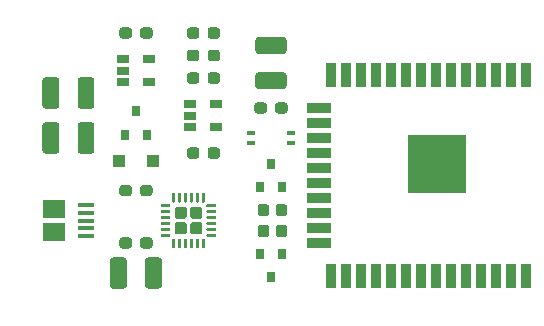
<source format=gbr>
%TF.GenerationSoftware,KiCad,Pcbnew,(5.1.9)-1*%
%TF.CreationDate,2021-06-05T13:50:50-03:00*%
%TF.ProjectId,Themu-Main,5468656d-752d-44d6-9169-6e2e6b696361,02*%
%TF.SameCoordinates,Original*%
%TF.FileFunction,Paste,Top*%
%TF.FilePolarity,Positive*%
%FSLAX46Y46*%
G04 Gerber Fmt 4.6, Leading zero omitted, Abs format (unit mm)*
G04 Created by KiCad (PCBNEW (5.1.9)-1) date 2021-06-05 13:50:50*
%MOMM*%
%LPD*%
G01*
G04 APERTURE LIST*
%ADD10R,0.800000X0.450000*%
%ADD11R,1.900000X1.500000*%
%ADD12R,1.350000X0.400000*%
%ADD13R,0.900000X2.000000*%
%ADD14R,2.000000X0.900000*%
%ADD15R,5.000000X5.000000*%
%ADD16R,1.100000X1.100000*%
%ADD17R,0.800000X0.900000*%
%ADD18R,1.060000X0.650000*%
G04 APERTURE END LIST*
D10*
%TO.C,D3*%
X66470000Y-89300000D03*
X66470000Y-88500000D03*
X63070000Y-89300000D03*
X63070000Y-88500000D03*
%TD*%
D11*
%TO.C,J1*%
X46387500Y-94885000D03*
D12*
X49087500Y-95885000D03*
X49087500Y-96535000D03*
X49087500Y-97185000D03*
X49087500Y-94585000D03*
X49087500Y-95235000D03*
D11*
X46387500Y-96885000D03*
%TD*%
D13*
%TO.C,U3*%
X86360000Y-100575000D03*
X85090000Y-100575000D03*
X83820000Y-100575000D03*
X82550000Y-100575000D03*
X81280000Y-100575000D03*
X80010000Y-100575000D03*
X78740000Y-100575000D03*
X77470000Y-100575000D03*
X76200000Y-100575000D03*
X74930000Y-100575000D03*
X73660000Y-100575000D03*
X72390000Y-100575000D03*
X71120000Y-100575000D03*
X69850000Y-100575000D03*
D14*
X68850000Y-97790000D03*
X68850000Y-96520000D03*
X68850000Y-95250000D03*
X68850000Y-93980000D03*
X68850000Y-92710000D03*
X68850000Y-91440000D03*
X68850000Y-90170000D03*
X68850000Y-88900000D03*
X68850000Y-87630000D03*
X68850000Y-86360000D03*
D13*
X69850000Y-83575000D03*
X71120000Y-83575000D03*
X72390000Y-83575000D03*
X73660000Y-83575000D03*
X74930000Y-83575000D03*
X76200000Y-83575000D03*
X77470000Y-83575000D03*
X78740000Y-83575000D03*
X80010000Y-83575000D03*
X81280000Y-83575000D03*
X82550000Y-83575000D03*
X83820000Y-83575000D03*
X85090000Y-83575000D03*
X86360000Y-83575000D03*
D15*
X78860000Y-91075000D03*
%TD*%
%TO.C,C1*%
G36*
G01*
X54740000Y-97552500D02*
X54740000Y-98027500D01*
G75*
G02*
X54502500Y-98265000I-237500J0D01*
G01*
X53927500Y-98265000D01*
G75*
G02*
X53690000Y-98027500I0J237500D01*
G01*
X53690000Y-97552500D01*
G75*
G02*
X53927500Y-97315000I237500J0D01*
G01*
X54502500Y-97315000D01*
G75*
G02*
X54740000Y-97552500I0J-237500D01*
G01*
G37*
G36*
G01*
X52990000Y-97552500D02*
X52990000Y-98027500D01*
G75*
G02*
X52752500Y-98265000I-237500J0D01*
G01*
X52177500Y-98265000D01*
G75*
G02*
X51940000Y-98027500I0J237500D01*
G01*
X51940000Y-97552500D01*
G75*
G02*
X52177500Y-97315000I237500J0D01*
G01*
X52752500Y-97315000D01*
G75*
G02*
X52990000Y-97552500I0J-237500D01*
G01*
G37*
%TD*%
%TO.C,C2*%
G36*
G01*
X49825000Y-87825000D02*
X49825000Y-89975000D01*
G75*
G02*
X49575000Y-90225000I-250000J0D01*
G01*
X48650000Y-90225000D01*
G75*
G02*
X48400000Y-89975000I0J250000D01*
G01*
X48400000Y-87825000D01*
G75*
G02*
X48650000Y-87575000I250000J0D01*
G01*
X49575000Y-87575000D01*
G75*
G02*
X49825000Y-87825000I0J-250000D01*
G01*
G37*
G36*
G01*
X46850000Y-87825000D02*
X46850000Y-89975000D01*
G75*
G02*
X46600000Y-90225000I-250000J0D01*
G01*
X45675000Y-90225000D01*
G75*
G02*
X45425000Y-89975000I0J250000D01*
G01*
X45425000Y-87825000D01*
G75*
G02*
X45675000Y-87575000I250000J0D01*
G01*
X46600000Y-87575000D01*
G75*
G02*
X46850000Y-87825000I0J-250000D01*
G01*
G37*
%TD*%
%TO.C,C3*%
G36*
G01*
X65845000Y-81775000D02*
X63695000Y-81775000D01*
G75*
G02*
X63445000Y-81525000I0J250000D01*
G01*
X63445000Y-80600000D01*
G75*
G02*
X63695000Y-80350000I250000J0D01*
G01*
X65845000Y-80350000D01*
G75*
G02*
X66095000Y-80600000I0J-250000D01*
G01*
X66095000Y-81525000D01*
G75*
G02*
X65845000Y-81775000I-250000J0D01*
G01*
G37*
G36*
G01*
X65845000Y-84750000D02*
X63695000Y-84750000D01*
G75*
G02*
X63445000Y-84500000I0J250000D01*
G01*
X63445000Y-83575000D01*
G75*
G02*
X63695000Y-83325000I250000J0D01*
G01*
X65845000Y-83325000D01*
G75*
G02*
X66095000Y-83575000I0J-250000D01*
G01*
X66095000Y-84500000D01*
G75*
G02*
X65845000Y-84750000I-250000J0D01*
G01*
G37*
%TD*%
%TO.C,C4*%
G36*
G01*
X63370000Y-86597500D02*
X63370000Y-86122500D01*
G75*
G02*
X63607500Y-85885000I237500J0D01*
G01*
X64182500Y-85885000D01*
G75*
G02*
X64420000Y-86122500I0J-237500D01*
G01*
X64420000Y-86597500D01*
G75*
G02*
X64182500Y-86835000I-237500J0D01*
G01*
X63607500Y-86835000D01*
G75*
G02*
X63370000Y-86597500I0J237500D01*
G01*
G37*
G36*
G01*
X65120000Y-86597500D02*
X65120000Y-86122500D01*
G75*
G02*
X65357500Y-85885000I237500J0D01*
G01*
X65932500Y-85885000D01*
G75*
G02*
X66170000Y-86122500I0J-237500D01*
G01*
X66170000Y-86597500D01*
G75*
G02*
X65932500Y-86835000I-237500J0D01*
G01*
X65357500Y-86835000D01*
G75*
G02*
X65120000Y-86597500I0J237500D01*
G01*
G37*
%TD*%
%TO.C,C8*%
G36*
G01*
X49825000Y-84015000D02*
X49825000Y-86165000D01*
G75*
G02*
X49575000Y-86415000I-250000J0D01*
G01*
X48650000Y-86415000D01*
G75*
G02*
X48400000Y-86165000I0J250000D01*
G01*
X48400000Y-84015000D01*
G75*
G02*
X48650000Y-83765000I250000J0D01*
G01*
X49575000Y-83765000D01*
G75*
G02*
X49825000Y-84015000I0J-250000D01*
G01*
G37*
G36*
G01*
X46850000Y-84015000D02*
X46850000Y-86165000D01*
G75*
G02*
X46600000Y-86415000I-250000J0D01*
G01*
X45675000Y-86415000D01*
G75*
G02*
X45425000Y-86165000I0J250000D01*
G01*
X45425000Y-84015000D01*
G75*
G02*
X45675000Y-83765000I250000J0D01*
G01*
X46600000Y-83765000D01*
G75*
G02*
X46850000Y-84015000I0J-250000D01*
G01*
G37*
%TD*%
%TO.C,C14*%
G36*
G01*
X52565000Y-99255000D02*
X52565000Y-101405000D01*
G75*
G02*
X52315000Y-101655000I-250000J0D01*
G01*
X51390000Y-101655000D01*
G75*
G02*
X51140000Y-101405000I0J250000D01*
G01*
X51140000Y-99255000D01*
G75*
G02*
X51390000Y-99005000I250000J0D01*
G01*
X52315000Y-99005000D01*
G75*
G02*
X52565000Y-99255000I0J-250000D01*
G01*
G37*
G36*
G01*
X55540000Y-99255000D02*
X55540000Y-101405000D01*
G75*
G02*
X55290000Y-101655000I-250000J0D01*
G01*
X54365000Y-101655000D01*
G75*
G02*
X54115000Y-101405000I0J250000D01*
G01*
X54115000Y-99255000D01*
G75*
G02*
X54365000Y-99005000I250000J0D01*
G01*
X55290000Y-99005000D01*
G75*
G02*
X55540000Y-99255000I0J-250000D01*
G01*
G37*
%TD*%
D16*
%TO.C,D2*%
X51940000Y-90805000D03*
X54740000Y-90805000D03*
%TD*%
%TO.C,D1*%
G36*
G01*
X58705000Y-83582500D02*
X58705000Y-84057500D01*
G75*
G02*
X58467500Y-84295000I-237500J0D01*
G01*
X57892500Y-84295000D01*
G75*
G02*
X57655000Y-84057500I0J237500D01*
G01*
X57655000Y-83582500D01*
G75*
G02*
X57892500Y-83345000I237500J0D01*
G01*
X58467500Y-83345000D01*
G75*
G02*
X58705000Y-83582500I0J-237500D01*
G01*
G37*
G36*
G01*
X60455000Y-83582500D02*
X60455000Y-84057500D01*
G75*
G02*
X60217500Y-84295000I-237500J0D01*
G01*
X59642500Y-84295000D01*
G75*
G02*
X59405000Y-84057500I0J237500D01*
G01*
X59405000Y-83582500D01*
G75*
G02*
X59642500Y-83345000I237500J0D01*
G01*
X60217500Y-83345000D01*
G75*
G02*
X60455000Y-83582500I0J-237500D01*
G01*
G37*
%TD*%
D17*
%TO.C,Q1*%
X63820000Y-93075000D03*
X65720000Y-93075000D03*
X64770000Y-91075000D03*
%TD*%
%TO.C,Q2*%
X64770000Y-100695000D03*
X63820000Y-98695000D03*
X65720000Y-98695000D03*
%TD*%
%TO.C,Q3*%
X52390000Y-88630000D03*
X54290000Y-88630000D03*
X53340000Y-86630000D03*
%TD*%
%TO.C,R1*%
G36*
G01*
X65421500Y-94485000D02*
X65896500Y-94485000D01*
G75*
G02*
X66134000Y-94722500I0J-237500D01*
G01*
X66134000Y-95297500D01*
G75*
G02*
X65896500Y-95535000I-237500J0D01*
G01*
X65421500Y-95535000D01*
G75*
G02*
X65184000Y-95297500I0J237500D01*
G01*
X65184000Y-94722500D01*
G75*
G02*
X65421500Y-94485000I237500J0D01*
G01*
G37*
G36*
G01*
X65421500Y-96235000D02*
X65896500Y-96235000D01*
G75*
G02*
X66134000Y-96472500I0J-237500D01*
G01*
X66134000Y-97047500D01*
G75*
G02*
X65896500Y-97285000I-237500J0D01*
G01*
X65421500Y-97285000D01*
G75*
G02*
X65184000Y-97047500I0J237500D01*
G01*
X65184000Y-96472500D01*
G75*
G02*
X65421500Y-96235000I237500J0D01*
G01*
G37*
%TD*%
%TO.C,R2*%
G36*
G01*
X64372500Y-95535000D02*
X63897500Y-95535000D01*
G75*
G02*
X63660000Y-95297500I0J237500D01*
G01*
X63660000Y-94722500D01*
G75*
G02*
X63897500Y-94485000I237500J0D01*
G01*
X64372500Y-94485000D01*
G75*
G02*
X64610000Y-94722500I0J-237500D01*
G01*
X64610000Y-95297500D01*
G75*
G02*
X64372500Y-95535000I-237500J0D01*
G01*
G37*
G36*
G01*
X64372500Y-97285000D02*
X63897500Y-97285000D01*
G75*
G02*
X63660000Y-97047500I0J237500D01*
G01*
X63660000Y-96472500D01*
G75*
G02*
X63897500Y-96235000I237500J0D01*
G01*
X64372500Y-96235000D01*
G75*
G02*
X64610000Y-96472500I0J-237500D01*
G01*
X64610000Y-97047500D01*
G75*
G02*
X64372500Y-97285000I-237500J0D01*
G01*
G37*
%TD*%
%TO.C,R4*%
G36*
G01*
X51940000Y-80247500D02*
X51940000Y-79772500D01*
G75*
G02*
X52177500Y-79535000I237500J0D01*
G01*
X52752500Y-79535000D01*
G75*
G02*
X52990000Y-79772500I0J-237500D01*
G01*
X52990000Y-80247500D01*
G75*
G02*
X52752500Y-80485000I-237500J0D01*
G01*
X52177500Y-80485000D01*
G75*
G02*
X51940000Y-80247500I0J237500D01*
G01*
G37*
G36*
G01*
X53690000Y-80247500D02*
X53690000Y-79772500D01*
G75*
G02*
X53927500Y-79535000I237500J0D01*
G01*
X54502500Y-79535000D01*
G75*
G02*
X54740000Y-79772500I0J-237500D01*
G01*
X54740000Y-80247500D01*
G75*
G02*
X54502500Y-80485000I-237500J0D01*
G01*
X53927500Y-80485000D01*
G75*
G02*
X53690000Y-80247500I0J237500D01*
G01*
G37*
%TD*%
%TO.C,R6*%
G36*
G01*
X51940000Y-93582500D02*
X51940000Y-93107500D01*
G75*
G02*
X52177500Y-92870000I237500J0D01*
G01*
X52752500Y-92870000D01*
G75*
G02*
X52990000Y-93107500I0J-237500D01*
G01*
X52990000Y-93582500D01*
G75*
G02*
X52752500Y-93820000I-237500J0D01*
G01*
X52177500Y-93820000D01*
G75*
G02*
X51940000Y-93582500I0J237500D01*
G01*
G37*
G36*
G01*
X53690000Y-93582500D02*
X53690000Y-93107500D01*
G75*
G02*
X53927500Y-92870000I237500J0D01*
G01*
X54502500Y-92870000D01*
G75*
G02*
X54740000Y-93107500I0J-237500D01*
G01*
X54740000Y-93582500D01*
G75*
G02*
X54502500Y-93820000I-237500J0D01*
G01*
X53927500Y-93820000D01*
G75*
G02*
X53690000Y-93582500I0J237500D01*
G01*
G37*
%TD*%
%TO.C,R7*%
G36*
G01*
X59405000Y-90407500D02*
X59405000Y-89932500D01*
G75*
G02*
X59642500Y-89695000I237500J0D01*
G01*
X60217500Y-89695000D01*
G75*
G02*
X60455000Y-89932500I0J-237500D01*
G01*
X60455000Y-90407500D01*
G75*
G02*
X60217500Y-90645000I-237500J0D01*
G01*
X59642500Y-90645000D01*
G75*
G02*
X59405000Y-90407500I0J237500D01*
G01*
G37*
G36*
G01*
X57655000Y-90407500D02*
X57655000Y-89932500D01*
G75*
G02*
X57892500Y-89695000I237500J0D01*
G01*
X58467500Y-89695000D01*
G75*
G02*
X58705000Y-89932500I0J-237500D01*
G01*
X58705000Y-90407500D01*
G75*
G02*
X58467500Y-90645000I-237500J0D01*
G01*
X57892500Y-90645000D01*
G75*
G02*
X57655000Y-90407500I0J237500D01*
G01*
G37*
%TD*%
%TO.C,R8*%
G36*
G01*
X58705000Y-81677500D02*
X58705000Y-82152500D01*
G75*
G02*
X58467500Y-82390000I-237500J0D01*
G01*
X57892500Y-82390000D01*
G75*
G02*
X57655000Y-82152500I0J237500D01*
G01*
X57655000Y-81677500D01*
G75*
G02*
X57892500Y-81440000I237500J0D01*
G01*
X58467500Y-81440000D01*
G75*
G02*
X58705000Y-81677500I0J-237500D01*
G01*
G37*
G36*
G01*
X60455000Y-81677500D02*
X60455000Y-82152500D01*
G75*
G02*
X60217500Y-82390000I-237500J0D01*
G01*
X59642500Y-82390000D01*
G75*
G02*
X59405000Y-82152500I0J237500D01*
G01*
X59405000Y-81677500D01*
G75*
G02*
X59642500Y-81440000I237500J0D01*
G01*
X60217500Y-81440000D01*
G75*
G02*
X60455000Y-81677500I0J-237500D01*
G01*
G37*
%TD*%
%TO.C,R9*%
G36*
G01*
X58705000Y-79772500D02*
X58705000Y-80247500D01*
G75*
G02*
X58467500Y-80485000I-237500J0D01*
G01*
X57892500Y-80485000D01*
G75*
G02*
X57655000Y-80247500I0J237500D01*
G01*
X57655000Y-79772500D01*
G75*
G02*
X57892500Y-79535000I237500J0D01*
G01*
X58467500Y-79535000D01*
G75*
G02*
X58705000Y-79772500I0J-237500D01*
G01*
G37*
G36*
G01*
X60455000Y-79772500D02*
X60455000Y-80247500D01*
G75*
G02*
X60217500Y-80485000I-237500J0D01*
G01*
X59642500Y-80485000D01*
G75*
G02*
X59405000Y-80247500I0J237500D01*
G01*
X59405000Y-79772500D01*
G75*
G02*
X59642500Y-79535000I237500J0D01*
G01*
X60217500Y-79535000D01*
G75*
G02*
X60455000Y-79772500I0J-237500D01*
G01*
G37*
%TD*%
%TO.C,U1*%
G36*
G01*
X57910000Y-96810001D02*
X57910000Y-96259999D01*
G75*
G02*
X58159999Y-96010000I249999J0D01*
G01*
X58710001Y-96010000D01*
G75*
G02*
X58960000Y-96259999I0J-249999D01*
G01*
X58960000Y-96810001D01*
G75*
G02*
X58710001Y-97060000I-249999J0D01*
G01*
X58159999Y-97060000D01*
G75*
G02*
X57910000Y-96810001I0J249999D01*
G01*
G37*
G36*
G01*
X57910000Y-95510001D02*
X57910000Y-94959999D01*
G75*
G02*
X58159999Y-94710000I249999J0D01*
G01*
X58710001Y-94710000D01*
G75*
G02*
X58960000Y-94959999I0J-249999D01*
G01*
X58960000Y-95510001D01*
G75*
G02*
X58710001Y-95760000I-249999J0D01*
G01*
X58159999Y-95760000D01*
G75*
G02*
X57910000Y-95510001I0J249999D01*
G01*
G37*
G36*
G01*
X56610000Y-96810001D02*
X56610000Y-96259999D01*
G75*
G02*
X56859999Y-96010000I249999J0D01*
G01*
X57410001Y-96010000D01*
G75*
G02*
X57660000Y-96259999I0J-249999D01*
G01*
X57660000Y-96810001D01*
G75*
G02*
X57410001Y-97060000I-249999J0D01*
G01*
X56859999Y-97060000D01*
G75*
G02*
X56610000Y-96810001I0J249999D01*
G01*
G37*
G36*
G01*
X56610000Y-95510001D02*
X56610000Y-94959999D01*
G75*
G02*
X56859999Y-94710000I249999J0D01*
G01*
X57410001Y-94710000D01*
G75*
G02*
X57660000Y-94959999I0J-249999D01*
G01*
X57660000Y-95510001D01*
G75*
G02*
X57410001Y-95760000I-249999J0D01*
G01*
X56859999Y-95760000D01*
G75*
G02*
X56610000Y-95510001I0J249999D01*
G01*
G37*
G36*
G01*
X56410000Y-94297500D02*
X56410000Y-93597500D01*
G75*
G02*
X56472500Y-93535000I62500J0D01*
G01*
X56597500Y-93535000D01*
G75*
G02*
X56660000Y-93597500I0J-62500D01*
G01*
X56660000Y-94297500D01*
G75*
G02*
X56597500Y-94360000I-62500J0D01*
G01*
X56472500Y-94360000D01*
G75*
G02*
X56410000Y-94297500I0J62500D01*
G01*
G37*
G36*
G01*
X56910000Y-94297500D02*
X56910000Y-93597500D01*
G75*
G02*
X56972500Y-93535000I62500J0D01*
G01*
X57097500Y-93535000D01*
G75*
G02*
X57160000Y-93597500I0J-62500D01*
G01*
X57160000Y-94297500D01*
G75*
G02*
X57097500Y-94360000I-62500J0D01*
G01*
X56972500Y-94360000D01*
G75*
G02*
X56910000Y-94297500I0J62500D01*
G01*
G37*
G36*
G01*
X57410000Y-94297500D02*
X57410000Y-93597500D01*
G75*
G02*
X57472500Y-93535000I62500J0D01*
G01*
X57597500Y-93535000D01*
G75*
G02*
X57660000Y-93597500I0J-62500D01*
G01*
X57660000Y-94297500D01*
G75*
G02*
X57597500Y-94360000I-62500J0D01*
G01*
X57472500Y-94360000D01*
G75*
G02*
X57410000Y-94297500I0J62500D01*
G01*
G37*
G36*
G01*
X57910000Y-94297500D02*
X57910000Y-93597500D01*
G75*
G02*
X57972500Y-93535000I62500J0D01*
G01*
X58097500Y-93535000D01*
G75*
G02*
X58160000Y-93597500I0J-62500D01*
G01*
X58160000Y-94297500D01*
G75*
G02*
X58097500Y-94360000I-62500J0D01*
G01*
X57972500Y-94360000D01*
G75*
G02*
X57910000Y-94297500I0J62500D01*
G01*
G37*
G36*
G01*
X58410000Y-94297500D02*
X58410000Y-93597500D01*
G75*
G02*
X58472500Y-93535000I62500J0D01*
G01*
X58597500Y-93535000D01*
G75*
G02*
X58660000Y-93597500I0J-62500D01*
G01*
X58660000Y-94297500D01*
G75*
G02*
X58597500Y-94360000I-62500J0D01*
G01*
X58472500Y-94360000D01*
G75*
G02*
X58410000Y-94297500I0J62500D01*
G01*
G37*
G36*
G01*
X58910000Y-94297500D02*
X58910000Y-93597500D01*
G75*
G02*
X58972500Y-93535000I62500J0D01*
G01*
X59097500Y-93535000D01*
G75*
G02*
X59160000Y-93597500I0J-62500D01*
G01*
X59160000Y-94297500D01*
G75*
G02*
X59097500Y-94360000I-62500J0D01*
G01*
X58972500Y-94360000D01*
G75*
G02*
X58910000Y-94297500I0J62500D01*
G01*
G37*
G36*
G01*
X59310000Y-94697500D02*
X59310000Y-94572500D01*
G75*
G02*
X59372500Y-94510000I62500J0D01*
G01*
X60072500Y-94510000D01*
G75*
G02*
X60135000Y-94572500I0J-62500D01*
G01*
X60135000Y-94697500D01*
G75*
G02*
X60072500Y-94760000I-62500J0D01*
G01*
X59372500Y-94760000D01*
G75*
G02*
X59310000Y-94697500I0J62500D01*
G01*
G37*
G36*
G01*
X59310000Y-95197500D02*
X59310000Y-95072500D01*
G75*
G02*
X59372500Y-95010000I62500J0D01*
G01*
X60072500Y-95010000D01*
G75*
G02*
X60135000Y-95072500I0J-62500D01*
G01*
X60135000Y-95197500D01*
G75*
G02*
X60072500Y-95260000I-62500J0D01*
G01*
X59372500Y-95260000D01*
G75*
G02*
X59310000Y-95197500I0J62500D01*
G01*
G37*
G36*
G01*
X59310000Y-95697500D02*
X59310000Y-95572500D01*
G75*
G02*
X59372500Y-95510000I62500J0D01*
G01*
X60072500Y-95510000D01*
G75*
G02*
X60135000Y-95572500I0J-62500D01*
G01*
X60135000Y-95697500D01*
G75*
G02*
X60072500Y-95760000I-62500J0D01*
G01*
X59372500Y-95760000D01*
G75*
G02*
X59310000Y-95697500I0J62500D01*
G01*
G37*
G36*
G01*
X59310000Y-96197500D02*
X59310000Y-96072500D01*
G75*
G02*
X59372500Y-96010000I62500J0D01*
G01*
X60072500Y-96010000D01*
G75*
G02*
X60135000Y-96072500I0J-62500D01*
G01*
X60135000Y-96197500D01*
G75*
G02*
X60072500Y-96260000I-62500J0D01*
G01*
X59372500Y-96260000D01*
G75*
G02*
X59310000Y-96197500I0J62500D01*
G01*
G37*
G36*
G01*
X59310000Y-96697500D02*
X59310000Y-96572500D01*
G75*
G02*
X59372500Y-96510000I62500J0D01*
G01*
X60072500Y-96510000D01*
G75*
G02*
X60135000Y-96572500I0J-62500D01*
G01*
X60135000Y-96697500D01*
G75*
G02*
X60072500Y-96760000I-62500J0D01*
G01*
X59372500Y-96760000D01*
G75*
G02*
X59310000Y-96697500I0J62500D01*
G01*
G37*
G36*
G01*
X59310000Y-97197500D02*
X59310000Y-97072500D01*
G75*
G02*
X59372500Y-97010000I62500J0D01*
G01*
X60072500Y-97010000D01*
G75*
G02*
X60135000Y-97072500I0J-62500D01*
G01*
X60135000Y-97197500D01*
G75*
G02*
X60072500Y-97260000I-62500J0D01*
G01*
X59372500Y-97260000D01*
G75*
G02*
X59310000Y-97197500I0J62500D01*
G01*
G37*
G36*
G01*
X58910000Y-98172500D02*
X58910000Y-97472500D01*
G75*
G02*
X58972500Y-97410000I62500J0D01*
G01*
X59097500Y-97410000D01*
G75*
G02*
X59160000Y-97472500I0J-62500D01*
G01*
X59160000Y-98172500D01*
G75*
G02*
X59097500Y-98235000I-62500J0D01*
G01*
X58972500Y-98235000D01*
G75*
G02*
X58910000Y-98172500I0J62500D01*
G01*
G37*
G36*
G01*
X58410000Y-98172500D02*
X58410000Y-97472500D01*
G75*
G02*
X58472500Y-97410000I62500J0D01*
G01*
X58597500Y-97410000D01*
G75*
G02*
X58660000Y-97472500I0J-62500D01*
G01*
X58660000Y-98172500D01*
G75*
G02*
X58597500Y-98235000I-62500J0D01*
G01*
X58472500Y-98235000D01*
G75*
G02*
X58410000Y-98172500I0J62500D01*
G01*
G37*
G36*
G01*
X57910000Y-98172500D02*
X57910000Y-97472500D01*
G75*
G02*
X57972500Y-97410000I62500J0D01*
G01*
X58097500Y-97410000D01*
G75*
G02*
X58160000Y-97472500I0J-62500D01*
G01*
X58160000Y-98172500D01*
G75*
G02*
X58097500Y-98235000I-62500J0D01*
G01*
X57972500Y-98235000D01*
G75*
G02*
X57910000Y-98172500I0J62500D01*
G01*
G37*
G36*
G01*
X57410000Y-98172500D02*
X57410000Y-97472500D01*
G75*
G02*
X57472500Y-97410000I62500J0D01*
G01*
X57597500Y-97410000D01*
G75*
G02*
X57660000Y-97472500I0J-62500D01*
G01*
X57660000Y-98172500D01*
G75*
G02*
X57597500Y-98235000I-62500J0D01*
G01*
X57472500Y-98235000D01*
G75*
G02*
X57410000Y-98172500I0J62500D01*
G01*
G37*
G36*
G01*
X56910000Y-98172500D02*
X56910000Y-97472500D01*
G75*
G02*
X56972500Y-97410000I62500J0D01*
G01*
X57097500Y-97410000D01*
G75*
G02*
X57160000Y-97472500I0J-62500D01*
G01*
X57160000Y-98172500D01*
G75*
G02*
X57097500Y-98235000I-62500J0D01*
G01*
X56972500Y-98235000D01*
G75*
G02*
X56910000Y-98172500I0J62500D01*
G01*
G37*
G36*
G01*
X56410000Y-98172500D02*
X56410000Y-97472500D01*
G75*
G02*
X56472500Y-97410000I62500J0D01*
G01*
X56597500Y-97410000D01*
G75*
G02*
X56660000Y-97472500I0J-62500D01*
G01*
X56660000Y-98172500D01*
G75*
G02*
X56597500Y-98235000I-62500J0D01*
G01*
X56472500Y-98235000D01*
G75*
G02*
X56410000Y-98172500I0J62500D01*
G01*
G37*
G36*
G01*
X55435000Y-97197500D02*
X55435000Y-97072500D01*
G75*
G02*
X55497500Y-97010000I62500J0D01*
G01*
X56197500Y-97010000D01*
G75*
G02*
X56260000Y-97072500I0J-62500D01*
G01*
X56260000Y-97197500D01*
G75*
G02*
X56197500Y-97260000I-62500J0D01*
G01*
X55497500Y-97260000D01*
G75*
G02*
X55435000Y-97197500I0J62500D01*
G01*
G37*
G36*
G01*
X55435000Y-96697500D02*
X55435000Y-96572500D01*
G75*
G02*
X55497500Y-96510000I62500J0D01*
G01*
X56197500Y-96510000D01*
G75*
G02*
X56260000Y-96572500I0J-62500D01*
G01*
X56260000Y-96697500D01*
G75*
G02*
X56197500Y-96760000I-62500J0D01*
G01*
X55497500Y-96760000D01*
G75*
G02*
X55435000Y-96697500I0J62500D01*
G01*
G37*
G36*
G01*
X55435000Y-96197500D02*
X55435000Y-96072500D01*
G75*
G02*
X55497500Y-96010000I62500J0D01*
G01*
X56197500Y-96010000D01*
G75*
G02*
X56260000Y-96072500I0J-62500D01*
G01*
X56260000Y-96197500D01*
G75*
G02*
X56197500Y-96260000I-62500J0D01*
G01*
X55497500Y-96260000D01*
G75*
G02*
X55435000Y-96197500I0J62500D01*
G01*
G37*
G36*
G01*
X55435000Y-95697500D02*
X55435000Y-95572500D01*
G75*
G02*
X55497500Y-95510000I62500J0D01*
G01*
X56197500Y-95510000D01*
G75*
G02*
X56260000Y-95572500I0J-62500D01*
G01*
X56260000Y-95697500D01*
G75*
G02*
X56197500Y-95760000I-62500J0D01*
G01*
X55497500Y-95760000D01*
G75*
G02*
X55435000Y-95697500I0J62500D01*
G01*
G37*
G36*
G01*
X55435000Y-95197500D02*
X55435000Y-95072500D01*
G75*
G02*
X55497500Y-95010000I62500J0D01*
G01*
X56197500Y-95010000D01*
G75*
G02*
X56260000Y-95072500I0J-62500D01*
G01*
X56260000Y-95197500D01*
G75*
G02*
X56197500Y-95260000I-62500J0D01*
G01*
X55497500Y-95260000D01*
G75*
G02*
X55435000Y-95197500I0J62500D01*
G01*
G37*
G36*
G01*
X55435000Y-94697500D02*
X55435000Y-94572500D01*
G75*
G02*
X55497500Y-94510000I62500J0D01*
G01*
X56197500Y-94510000D01*
G75*
G02*
X56260000Y-94572500I0J-62500D01*
G01*
X56260000Y-94697500D01*
G75*
G02*
X56197500Y-94760000I-62500J0D01*
G01*
X55497500Y-94760000D01*
G75*
G02*
X55435000Y-94697500I0J62500D01*
G01*
G37*
%TD*%
D18*
%TO.C,U2*%
X60155000Y-86045000D03*
X60155000Y-87945000D03*
X57955000Y-87945000D03*
X57955000Y-86995000D03*
X57955000Y-86045000D03*
%TD*%
%TO.C,U4*%
X52240000Y-82235000D03*
X52240000Y-83185000D03*
X52240000Y-84135000D03*
X54440000Y-84135000D03*
X54440000Y-82235000D03*
%TD*%
M02*

</source>
